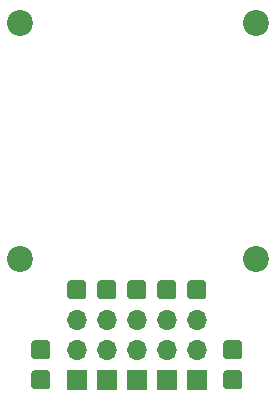
<source format=gbr>
%TF.GenerationSoftware,KiCad,Pcbnew,(5.1.9)-1*%
%TF.CreationDate,2022-05-30T22:22:16+01:00*%
%TF.ProjectId,5-servos,352d7365-7276-46f7-932e-6b696361645f,rev?*%
%TF.SameCoordinates,Original*%
%TF.FileFunction,Soldermask,Bot*%
%TF.FilePolarity,Negative*%
%FSLAX46Y46*%
G04 Gerber Fmt 4.6, Leading zero omitted, Abs format (unit mm)*
G04 Created by KiCad (PCBNEW (5.1.9)-1) date 2022-05-30 22:22:16*
%MOMM*%
%LPD*%
G01*
G04 APERTURE LIST*
%ADD10C,2.200000*%
%ADD11O,1.700000X1.700000*%
%ADD12R,1.700000X1.700000*%
G04 APERTURE END LIST*
%TO.C,J10*%
G36*
G01*
X103594000Y-130598000D02*
X103594000Y-129498000D01*
G75*
G02*
X103844000Y-129248000I250000J0D01*
G01*
X104944000Y-129248000D01*
G75*
G02*
X105194000Y-129498000I0J-250000D01*
G01*
X105194000Y-130598000D01*
G75*
G02*
X104944000Y-130848000I-250000J0D01*
G01*
X103844000Y-130848000D01*
G75*
G02*
X103594000Y-130598000I0J250000D01*
G01*
G37*
%TD*%
%TO.C,J6*%
G36*
G01*
X103594000Y-133138000D02*
X103594000Y-132038000D01*
G75*
G02*
X103844000Y-131788000I250000J0D01*
G01*
X104944000Y-131788000D01*
G75*
G02*
X105194000Y-132038000I0J-250000D01*
G01*
X105194000Y-133138000D01*
G75*
G02*
X104944000Y-133388000I-250000J0D01*
G01*
X103844000Y-133388000D01*
G75*
G02*
X103594000Y-133138000I0J250000D01*
G01*
G37*
%TD*%
D10*
%TO.C,H4*%
X122596000Y-122376000D03*
%TD*%
%TO.C,J13*%
G36*
G01*
X108242000Y-124418000D02*
X108242000Y-125518000D01*
G75*
G02*
X107992000Y-125768000I-250000J0D01*
G01*
X106892000Y-125768000D01*
G75*
G02*
X106642000Y-125518000I0J250000D01*
G01*
X106642000Y-124418000D01*
G75*
G02*
X106892000Y-124168000I250000J0D01*
G01*
X107992000Y-124168000D01*
G75*
G02*
X108242000Y-124418000I0J-250000D01*
G01*
G37*
%TD*%
%TO.C,J12*%
G36*
G01*
X116802000Y-125518000D02*
X116802000Y-124418000D01*
G75*
G02*
X117052000Y-124168000I250000J0D01*
G01*
X118152000Y-124168000D01*
G75*
G02*
X118402000Y-124418000I0J-250000D01*
G01*
X118402000Y-125518000D01*
G75*
G02*
X118152000Y-125768000I-250000J0D01*
G01*
X117052000Y-125768000D01*
G75*
G02*
X116802000Y-125518000I0J250000D01*
G01*
G37*
%TD*%
D11*
%TO.C,J11*%
X117602000Y-127508000D03*
X117602000Y-130048000D03*
D12*
X117602000Y-132588000D03*
%TD*%
%TO.C,J10*%
G36*
G01*
X119850000Y-130598000D02*
X119850000Y-129498000D01*
G75*
G02*
X120100000Y-129248000I250000J0D01*
G01*
X121200000Y-129248000D01*
G75*
G02*
X121450000Y-129498000I0J-250000D01*
G01*
X121450000Y-130598000D01*
G75*
G02*
X121200000Y-130848000I-250000J0D01*
G01*
X120100000Y-130848000D01*
G75*
G02*
X119850000Y-130598000I0J250000D01*
G01*
G37*
%TD*%
%TO.C,J9*%
G36*
G01*
X114262000Y-125518000D02*
X114262000Y-124418000D01*
G75*
G02*
X114512000Y-124168000I250000J0D01*
G01*
X115612000Y-124168000D01*
G75*
G02*
X115862000Y-124418000I0J-250000D01*
G01*
X115862000Y-125518000D01*
G75*
G02*
X115612000Y-125768000I-250000J0D01*
G01*
X114512000Y-125768000D01*
G75*
G02*
X114262000Y-125518000I0J250000D01*
G01*
G37*
%TD*%
%TO.C,J8*%
G36*
G01*
X111722000Y-125518000D02*
X111722000Y-124418000D01*
G75*
G02*
X111972000Y-124168000I250000J0D01*
G01*
X113072000Y-124168000D01*
G75*
G02*
X113322000Y-124418000I0J-250000D01*
G01*
X113322000Y-125518000D01*
G75*
G02*
X113072000Y-125768000I-250000J0D01*
G01*
X111972000Y-125768000D01*
G75*
G02*
X111722000Y-125518000I0J250000D01*
G01*
G37*
%TD*%
%TO.C,J7*%
G36*
G01*
X109182000Y-125518000D02*
X109182000Y-124418000D01*
G75*
G02*
X109432000Y-124168000I250000J0D01*
G01*
X110532000Y-124168000D01*
G75*
G02*
X110782000Y-124418000I0J-250000D01*
G01*
X110782000Y-125518000D01*
G75*
G02*
X110532000Y-125768000I-250000J0D01*
G01*
X109432000Y-125768000D01*
G75*
G02*
X109182000Y-125518000I0J250000D01*
G01*
G37*
%TD*%
%TO.C,J6*%
G36*
G01*
X119850000Y-133138000D02*
X119850000Y-132038000D01*
G75*
G02*
X120100000Y-131788000I250000J0D01*
G01*
X121200000Y-131788000D01*
G75*
G02*
X121450000Y-132038000I0J-250000D01*
G01*
X121450000Y-133138000D01*
G75*
G02*
X121200000Y-133388000I-250000J0D01*
G01*
X120100000Y-133388000D01*
G75*
G02*
X119850000Y-133138000I0J250000D01*
G01*
G37*
%TD*%
D11*
%TO.C,J5*%
X115062000Y-127508000D03*
X115062000Y-130048000D03*
D12*
X115062000Y-132588000D03*
%TD*%
D11*
%TO.C,J4*%
X112522000Y-127508000D03*
X112522000Y-130048000D03*
D12*
X112522000Y-132588000D03*
%TD*%
D11*
%TO.C,J3*%
X109982000Y-127508000D03*
X109982000Y-130048000D03*
D12*
X109982000Y-132588000D03*
%TD*%
D11*
%TO.C,J2*%
X107442000Y-127508000D03*
X107442000Y-130048000D03*
D12*
X107442000Y-132588000D03*
%TD*%
D10*
%TO.C,H3*%
X122596000Y-102376000D03*
%TD*%
%TO.C,H2*%
X102596000Y-122376000D03*
%TD*%
%TO.C,H1*%
X102596000Y-102376000D03*
%TD*%
M02*

</source>
